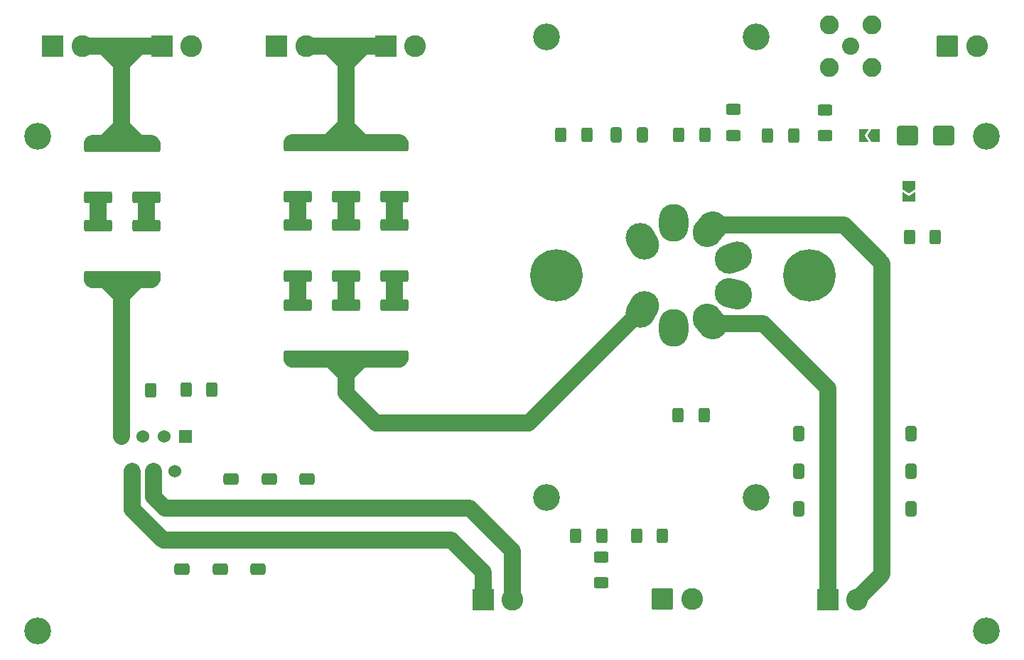
<source format=gts>
G04 #@! TF.GenerationSoftware,KiCad,Pcbnew,9.0.0*
G04 #@! TF.CreationDate,2025-03-21T23:08:49+01:00*
G04 #@! TF.ProjectId,QCMAmp,51434d41-6d70-42e6-9b69-6361645f7063,rev?*
G04 #@! TF.SameCoordinates,Original*
G04 #@! TF.FileFunction,Soldermask,Top*
G04 #@! TF.FilePolarity,Negative*
%FSLAX46Y46*%
G04 Gerber Fmt 4.6, Leading zero omitted, Abs format (unit mm)*
G04 Created by KiCad (PCBNEW 9.0.0) date 2025-03-21 23:08:49*
%MOMM*%
%LPD*%
G01*
G04 APERTURE LIST*
G04 Aperture macros list*
%AMRoundRect*
0 Rectangle with rounded corners*
0 $1 Rounding radius*
0 $2 $3 $4 $5 $6 $7 $8 $9 X,Y pos of 4 corners*
0 Add a 4 corners polygon primitive as box body*
4,1,4,$2,$3,$4,$5,$6,$7,$8,$9,$2,$3,0*
0 Add four circle primitives for the rounded corners*
1,1,$1+$1,$2,$3*
1,1,$1+$1,$4,$5*
1,1,$1+$1,$6,$7*
1,1,$1+$1,$8,$9*
0 Add four rect primitives between the rounded corners*
20,1,$1+$1,$2,$3,$4,$5,0*
20,1,$1+$1,$4,$5,$6,$7,0*
20,1,$1+$1,$6,$7,$8,$9,0*
20,1,$1+$1,$8,$9,$2,$3,0*%
%AMHorizOval*
0 Thick line with rounded ends*
0 $1 width*
0 $2 $3 position (X,Y) of the first rounded end (center of the circle)*
0 $4 $5 position (X,Y) of the second rounded end (center of the circle)*
0 Add line between two ends*
20,1,$1,$2,$3,$4,$5,0*
0 Add two circle primitives to create the rounded ends*
1,1,$1,$2,$3*
1,1,$1,$4,$5*%
%AMFreePoly0*
4,1,6,1.000000,0.000000,0.500000,-0.750000,-0.500000,-0.750000,-0.500000,0.750000,0.500000,0.750000,1.000000,0.000000,1.000000,0.000000,$1*%
%AMFreePoly1*
4,1,6,0.500000,-0.750000,-0.650000,-0.750000,-0.150000,0.000000,-0.650000,0.750000,0.500000,0.750000,0.500000,-0.750000,0.500000,-0.750000,$1*%
G04 Aperture macros list end*
%ADD10R,1.524000X1.524000*%
%ADD11C,1.524000*%
%ADD12C,2.050000*%
%ADD13C,2.250000*%
%ADD14C,3.200000*%
%ADD15C,6.240000*%
%ADD16HorizOval,3.500000X-0.250000X0.433013X0.250000X-0.433013X0*%
%ADD17O,3.500000X4.500000*%
%ADD18HorizOval,3.500000X0.321394X0.383022X-0.321394X-0.383022X0*%
%ADD19HorizOval,3.500000X0.469846X0.171010X-0.469846X-0.171010X0*%
%ADD20HorizOval,3.500000X-0.482963X0.129410X0.482963X-0.129410X0*%
%ADD21HorizOval,3.500000X-0.321394X0.383022X0.321394X-0.383022X0*%
%ADD22HorizOval,3.500000X0.250000X0.433013X-0.250000X-0.433013X0*%
%ADD23FreePoly0,270.000000*%
%ADD24FreePoly1,270.000000*%
%ADD25RoundRect,0.250000X0.400000X0.625000X-0.400000X0.625000X-0.400000X-0.625000X0.400000X-0.625000X0*%
%ADD26RoundRect,0.250000X-1.000000X-0.900000X1.000000X-0.900000X1.000000X0.900000X-1.000000X0.900000X0*%
%ADD27RoundRect,0.250000X0.625000X-0.400000X0.625000X0.400000X-0.625000X0.400000X-0.625000X-0.400000X0*%
%ADD28RoundRect,0.250000X-0.400000X-0.625000X0.400000X-0.625000X0.400000X0.625000X-0.400000X0.625000X0*%
%ADD29C,2.600000*%
%ADD30RoundRect,0.250000X-1.050000X-1.050000X1.050000X-1.050000X1.050000X1.050000X-1.050000X1.050000X0*%
%ADD31RoundRect,0.249999X-1.425001X0.450001X-1.425001X-0.450001X1.425001X-0.450001X1.425001X0.450001X0*%
%ADD32RoundRect,0.250000X0.650000X-0.412500X0.650000X0.412500X-0.650000X0.412500X-0.650000X-0.412500X0*%
%ADD33R,2.600000X2.600000*%
%ADD34RoundRect,0.250000X-0.412500X-0.650000X0.412500X-0.650000X0.412500X0.650000X-0.412500X0.650000X0*%
%ADD35RoundRect,0.250000X0.412500X0.650000X-0.412500X0.650000X-0.412500X-0.650000X0.412500X-0.650000X0*%
%ADD36RoundRect,0.250000X-0.650000X0.412500X-0.650000X-0.412500X0.650000X-0.412500X0.650000X0.412500X0*%
%ADD37RoundRect,0.250000X-0.625000X0.400000X-0.625000X-0.400000X0.625000X-0.400000X0.625000X0.400000X0*%
%ADD38FreePoly0,180.000000*%
%ADD39FreePoly1,180.000000*%
%ADD40C,2.000000*%
G04 APERTURE END LIST*
D10*
X96010000Y-98669500D03*
D11*
X94740000Y-102860500D03*
X93470000Y-98669500D03*
X92200000Y-102860500D03*
X90930000Y-98669500D03*
X89660000Y-102860500D03*
X88390000Y-98669500D03*
D12*
X175240000Y-52167500D03*
D13*
X172700000Y-49627500D03*
X172700000Y-54707500D03*
X177780000Y-49627500D03*
X177780000Y-54707500D03*
D14*
X78400000Y-121900000D03*
X191400000Y-121900000D03*
X78400000Y-62900000D03*
X191400000Y-62900000D03*
D15*
X170370000Y-79500000D03*
X140230000Y-79500000D03*
D16*
X150440000Y-75420000D03*
D17*
X154200000Y-73250000D03*
D18*
X158480000Y-74000000D03*
D19*
X161270000Y-77330000D03*
D20*
X161270000Y-81670000D03*
D21*
X158480000Y-85000000D03*
D17*
X154200000Y-85750000D03*
D22*
X150440000Y-83580000D03*
D23*
X182225000Y-68725000D03*
D24*
X182225000Y-70175000D03*
D25*
X185350000Y-74900000D03*
X182250000Y-74900000D03*
D26*
X182050000Y-62775000D03*
X186350000Y-62775000D03*
D25*
X142470000Y-110590000D03*
X145570000Y-110590000D03*
D27*
X145540000Y-113070000D03*
X145540000Y-116170000D03*
D28*
X152820000Y-110590000D03*
X149720000Y-110590000D03*
D29*
X156325000Y-118075000D03*
D30*
X152825000Y-118075000D03*
D28*
X154750000Y-62700000D03*
X157850000Y-62700000D03*
D31*
X85550000Y-73550000D03*
X85550000Y-79650000D03*
X120850000Y-73500000D03*
X120850000Y-79600000D03*
D32*
X104600000Y-114537500D03*
X104600000Y-111412500D03*
D31*
X115100000Y-73500000D03*
X115100000Y-79600000D03*
D33*
X80200000Y-52175000D03*
D29*
X83700000Y-52175000D03*
D25*
X99150000Y-93110500D03*
X96050000Y-93110500D03*
D34*
X169062500Y-102875000D03*
X172187500Y-102875000D03*
X169062500Y-107375000D03*
X172187500Y-107375000D03*
D31*
X85550000Y-64050000D03*
X85550000Y-70150000D03*
X109350000Y-73500000D03*
X109350000Y-79600000D03*
X109350000Y-64000000D03*
X109350000Y-70100000D03*
X120850000Y-64000000D03*
X120850000Y-70100000D03*
D33*
X172500000Y-118145000D03*
D29*
X176000000Y-118145000D03*
D35*
X182412500Y-98375000D03*
X179287500Y-98375000D03*
D33*
X119850000Y-52170000D03*
D29*
X123350000Y-52170000D03*
D31*
X91300000Y-64050000D03*
X91300000Y-70150000D03*
D25*
X91850000Y-93169500D03*
X88750000Y-93169500D03*
D34*
X147337500Y-62700000D03*
X150462500Y-62700000D03*
D25*
X143825000Y-62750000D03*
X140725000Y-62750000D03*
D31*
X115100000Y-64000000D03*
X115100000Y-70100000D03*
D33*
X131450000Y-118145000D03*
D29*
X134950000Y-118145000D03*
D36*
X110450000Y-103812500D03*
X110450000Y-106937500D03*
D35*
X182412500Y-107375000D03*
X179287500Y-107375000D03*
D36*
X105950000Y-103812500D03*
X105950000Y-106937500D03*
X101450000Y-103812500D03*
X101450000Y-106937500D03*
D28*
X165325000Y-62800000D03*
X168425000Y-62800000D03*
D33*
X106850000Y-52170000D03*
D29*
X110350000Y-52170000D03*
D37*
X172225000Y-59725000D03*
X172225000Y-62825000D03*
D32*
X100100000Y-114537500D03*
X100100000Y-111412500D03*
X95600000Y-114537500D03*
X95600000Y-111412500D03*
D28*
X154700000Y-96200000D03*
X157800000Y-96200000D03*
D38*
X178175000Y-62800000D03*
D39*
X176725000Y-62800000D03*
D35*
X182412500Y-102875000D03*
X179287500Y-102875000D03*
D34*
X169062500Y-98375000D03*
X172187500Y-98375000D03*
D31*
X120850000Y-83000000D03*
X120850000Y-89100000D03*
X115100000Y-83000000D03*
X115100000Y-89100000D03*
X109350000Y-83000000D03*
X109350000Y-89100000D03*
X91300000Y-73550000D03*
X91300000Y-79650000D03*
D37*
X161300000Y-59700000D03*
X161300000Y-62800000D03*
D29*
X190292500Y-52167500D03*
D30*
X186792500Y-52167500D03*
D33*
X93200000Y-52175000D03*
D29*
X96700000Y-52175000D03*
D14*
X164000000Y-106000000D03*
X139000000Y-51000000D03*
X164000000Y-51000000D03*
X139000000Y-106000000D03*
D40*
X172500000Y-92950000D02*
X172500000Y-118145000D01*
X158760000Y-85280000D02*
X164830000Y-85280000D01*
X164830000Y-85280000D02*
X172500000Y-92950000D01*
X178975000Y-78025000D02*
X178975000Y-115170000D01*
X158980000Y-73500000D02*
X174450000Y-73500000D01*
X174450000Y-73500000D02*
X178975000Y-78025000D01*
X178975000Y-115170000D02*
X176000000Y-118145000D01*
X113000000Y-63650000D02*
X117100000Y-63650000D01*
X115100000Y-61500000D02*
X115100000Y-54300000D01*
X115100000Y-54170000D02*
X113100000Y-52170000D01*
X113100000Y-52170000D02*
X110350000Y-52170000D01*
X115100000Y-54270000D02*
X117200000Y-52170000D01*
X108700000Y-63650000D02*
X113000000Y-63650000D01*
X117100000Y-63650000D02*
X121500000Y-63650000D01*
X117200000Y-52170000D02*
X119850000Y-52170000D01*
X115050000Y-61600000D02*
X117100000Y-63650000D01*
X115050000Y-61600000D02*
X113000000Y-63650000D01*
X115045000Y-52170000D02*
X113100000Y-52170000D01*
X115155000Y-52170000D02*
X117200000Y-52170000D01*
X134950000Y-118145000D02*
X134950000Y-112350000D01*
X134950000Y-112350000D02*
X129869500Y-107269500D01*
X129869500Y-107269500D02*
X111900000Y-107269500D01*
X92200000Y-102860500D02*
X92200000Y-105900000D01*
X93569500Y-107269500D02*
X113040000Y-107269500D01*
X92200000Y-105900000D02*
X93569500Y-107269500D01*
X109350000Y-80400000D02*
X109350000Y-82200000D01*
X109350000Y-70900000D02*
X109350000Y-72700000D01*
X115100000Y-80400000D02*
X115100000Y-82200000D01*
X115100000Y-70900000D02*
X115100000Y-72700000D01*
X120850000Y-80400000D02*
X120850000Y-82200000D01*
X120850000Y-70900000D02*
X120850000Y-72700000D01*
X84900000Y-63700000D02*
X86500000Y-63700000D01*
X88400000Y-54275000D02*
X86300000Y-52175000D01*
X88400000Y-54275000D02*
X88400000Y-61600000D01*
X90400000Y-63700000D02*
X91900000Y-63700000D01*
X88400000Y-61700000D02*
X90400000Y-63700000D01*
X86500000Y-63700000D02*
X90400000Y-63700000D01*
X86000000Y-52175000D02*
X88400000Y-52175000D01*
X88400000Y-54275000D02*
X90500000Y-52175000D01*
X88400000Y-61700000D02*
X86500000Y-63600000D01*
X83700000Y-52175000D02*
X86000000Y-52175000D01*
X85550000Y-72750000D02*
X85550000Y-70950000D01*
X91300000Y-72750000D02*
X91300000Y-70950000D01*
X89661392Y-102861892D02*
X89661392Y-107390892D01*
X131450000Y-118145000D02*
X131450000Y-114850000D01*
X131450000Y-114850000D02*
X127669500Y-111069500D01*
X89661392Y-107390892D02*
X93340000Y-111069500D01*
X93340000Y-111069500D02*
X112940000Y-111069500D01*
X127669500Y-111069500D02*
X112940000Y-111069500D01*
X113300000Y-89450000D02*
X108700000Y-89450000D01*
X115150000Y-91300000D02*
X117000000Y-89450000D01*
X150420000Y-83580000D02*
X136900000Y-97100000D01*
X115100000Y-91250000D02*
X113300000Y-89450000D01*
X118700000Y-97100000D02*
X115100000Y-93500000D01*
X115100000Y-93500000D02*
X115100000Y-91300000D01*
X117000000Y-89450000D02*
X113300000Y-89450000D01*
X136900000Y-97100000D02*
X118700000Y-97100000D01*
X121500000Y-89450000D02*
X117000000Y-89450000D01*
X88400000Y-80000000D02*
X88400000Y-81900000D01*
X88400000Y-81900000D02*
X90300000Y-80000000D01*
X84900000Y-80000000D02*
X86400000Y-80000000D01*
X88400000Y-93230500D02*
X88400000Y-81900000D01*
X88390000Y-98669500D02*
X88390000Y-93240500D01*
X88400000Y-80000000D02*
X91900000Y-80000000D01*
X86400000Y-80000000D02*
X88400000Y-80000000D01*
X88400000Y-81900000D02*
X86500000Y-80000000D01*
X87500000Y-52175000D02*
X93200000Y-52175000D01*
M02*

</source>
